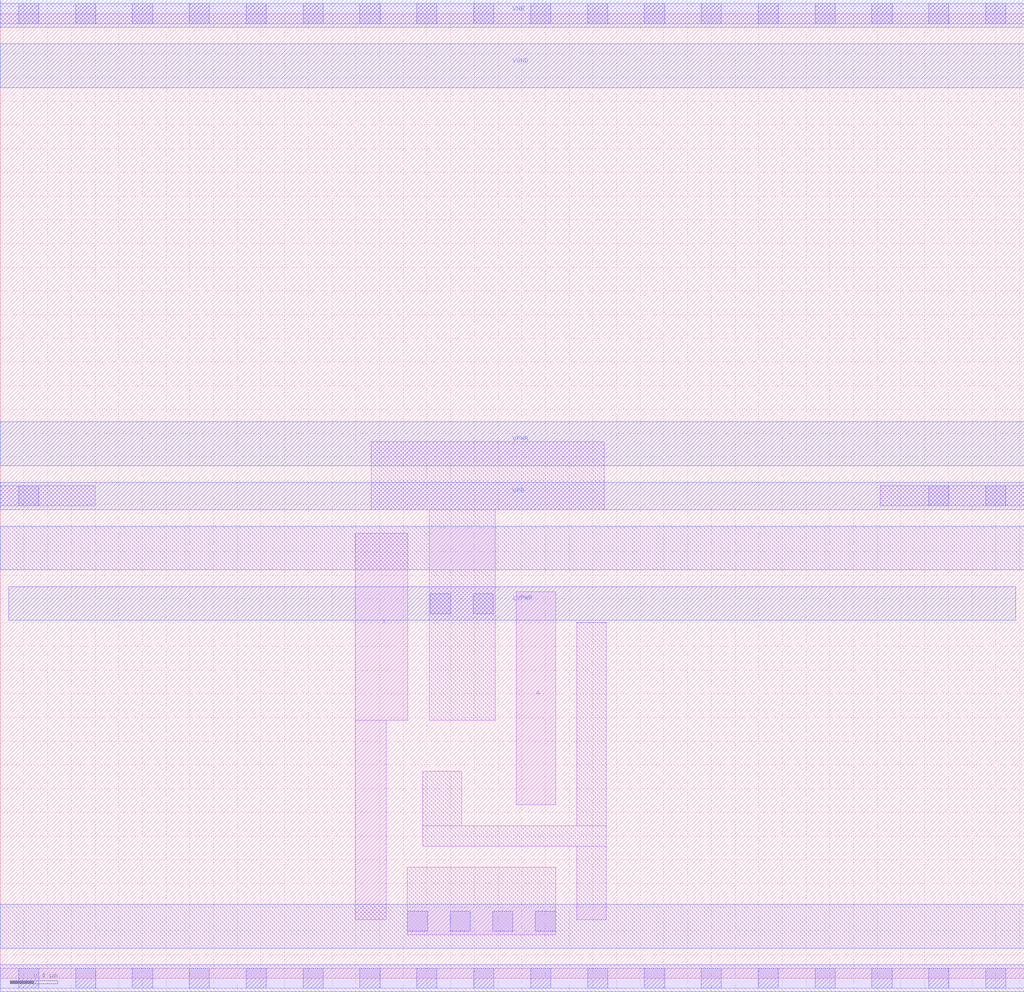
<source format=lef>
# Copyright 2020 The SkyWater PDK Authors
#
# Licensed under the Apache License, Version 2.0 (the "License");
# you may not use this file except in compliance with the License.
# You may obtain a copy of the License at
#
#     https://www.apache.org/licenses/LICENSE-2.0
#
# Unless required by applicable law or agreed to in writing, software
# distributed under the License is distributed on an "AS IS" BASIS,
# WITHOUT WARRANTIES OR CONDITIONS OF ANY KIND, either express or implied.
# See the License for the specific language governing permissions and
# limitations under the License.
#
# SPDX-License-Identifier: Apache-2.0

VERSION 5.7 ;
  NOWIREEXTENSIONATPIN ON ;
  DIVIDERCHAR "/" ;
  BUSBITCHARS "[]" ;
UNITS
  DATABASE MICRONS 200 ;
END UNITS
MACRO sky130_fd_sc_hvl__lsbufhv2lv_simple_1
  CLASS CORE ;
  FOREIGN sky130_fd_sc_hvl__lsbufhv2lv_simple_1 ;
  ORIGIN  0.000000  0.000000 ;
  SIZE  8.640000 BY  8.140000 ;
  SYMMETRY X Y R90 ;
  SITE unithv ;
  PIN A
    ANTENNAGATEAREA  0.585000 ;
    DIRECTION INPUT ;
    USE SIGNAL ;
    PORT
      LAYER li1 ;
        RECT 4.355000 1.465000 4.685000 3.260000 ;
    END
  END A
  PIN X
    ANTENNADIFFAREA  0.626250 ;
    DIRECTION OUTPUT ;
    USE SIGNAL ;
    PORT
      LAYER li1 ;
        RECT 2.995000 0.495000 3.255000 2.175000 ;
        RECT 2.995000 2.175000 3.440000 3.755000 ;
    END
  END X
  PIN LVPWR
    DIRECTION INOUT ;
    USE POWER ;
    PORT
      LAYER met1 ;
        RECT 0.070000 3.020000 8.570000 3.305000 ;
    END
  END LVPWR
  PIN VGND
    DIRECTION INOUT ;
    USE GROUND ;
    PORT
      LAYER met1 ;
        RECT 0.000000 7.515000 8.640000 7.885000 ;
    END
  END VGND
  PIN VNB
    DIRECTION INOUT ;
    USE GROUND ;
    PORT
      LAYER met1 ;
        RECT 0.000000 8.025000 8.640000 8.255000 ;
    END
  END VNB
  PIN VPB
    DIRECTION INOUT ;
    USE POWER ;
    PORT
      LAYER met1 ;
        RECT 0.000000 3.955000 8.640000 4.185000 ;
    END
  END VPB
  PIN VPWR
    DIRECTION INOUT ;
    USE POWER ;
    PORT
      LAYER met1 ;
        RECT 0.000000 4.325000 8.640000 4.695000 ;
    END
  END VPWR
  OBS
    LAYER li1 ;
      RECT 0.000000 -0.085000 8.640000 0.085000 ;
      RECT 0.000000  3.985000 0.800000 4.155000 ;
      RECT 0.000000  8.055000 8.640000 8.225000 ;
      RECT 3.130000  3.955000 5.095000 4.525000 ;
      RECT 3.435000  0.365000 4.685000 0.935000 ;
      RECT 3.565000  1.115000 5.115000 1.285000 ;
      RECT 3.565000  1.285000 3.895000 1.745000 ;
      RECT 3.620000  2.175000 4.175000 3.955000 ;
      RECT 4.865000  0.495000 5.115000 1.115000 ;
      RECT 4.865000  1.285000 5.115000 3.005000 ;
      RECT 7.425000  3.985000 8.640000 4.155000 ;
    LAYER mcon ;
      RECT 0.155000 -0.085000 0.325000 0.085000 ;
      RECT 0.155000  3.985000 0.325000 4.155000 ;
      RECT 0.155000  8.055000 0.325000 8.225000 ;
      RECT 0.635000 -0.085000 0.805000 0.085000 ;
      RECT 0.635000  8.055000 0.805000 8.225000 ;
      RECT 1.115000 -0.085000 1.285000 0.085000 ;
      RECT 1.115000  8.055000 1.285000 8.225000 ;
      RECT 1.595000 -0.085000 1.765000 0.085000 ;
      RECT 1.595000  8.055000 1.765000 8.225000 ;
      RECT 2.075000 -0.085000 2.245000 0.085000 ;
      RECT 2.075000  8.055000 2.245000 8.225000 ;
      RECT 2.555000 -0.085000 2.725000 0.085000 ;
      RECT 2.555000  8.055000 2.725000 8.225000 ;
      RECT 3.035000 -0.085000 3.205000 0.085000 ;
      RECT 3.035000  8.055000 3.205000 8.225000 ;
      RECT 3.435000  0.395000 3.605000 0.565000 ;
      RECT 3.515000 -0.085000 3.685000 0.085000 ;
      RECT 3.515000  8.055000 3.685000 8.225000 ;
      RECT 3.630000  3.075000 3.800000 3.245000 ;
      RECT 3.795000  0.395000 3.965000 0.565000 ;
      RECT 3.990000  3.075000 4.160000 3.245000 ;
      RECT 3.995000 -0.085000 4.165000 0.085000 ;
      RECT 3.995000  8.055000 4.165000 8.225000 ;
      RECT 4.155000  0.395000 4.325000 0.565000 ;
      RECT 4.475000 -0.085000 4.645000 0.085000 ;
      RECT 4.475000  8.055000 4.645000 8.225000 ;
      RECT 4.515000  0.395000 4.685000 0.565000 ;
      RECT 4.955000 -0.085000 5.125000 0.085000 ;
      RECT 4.955000  8.055000 5.125000 8.225000 ;
      RECT 5.435000 -0.085000 5.605000 0.085000 ;
      RECT 5.435000  8.055000 5.605000 8.225000 ;
      RECT 5.915000 -0.085000 6.085000 0.085000 ;
      RECT 5.915000  8.055000 6.085000 8.225000 ;
      RECT 6.395000 -0.085000 6.565000 0.085000 ;
      RECT 6.395000  8.055000 6.565000 8.225000 ;
      RECT 6.875000 -0.085000 7.045000 0.085000 ;
      RECT 6.875000  8.055000 7.045000 8.225000 ;
      RECT 7.355000 -0.085000 7.525000 0.085000 ;
      RECT 7.355000  8.055000 7.525000 8.225000 ;
      RECT 7.835000 -0.085000 8.005000 0.085000 ;
      RECT 7.835000  3.985000 8.005000 4.155000 ;
      RECT 7.835000  8.055000 8.005000 8.225000 ;
      RECT 8.315000 -0.085000 8.485000 0.085000 ;
      RECT 8.315000  3.985000 8.485000 4.155000 ;
      RECT 8.315000  8.055000 8.485000 8.225000 ;
    LAYER met1 ;
      RECT 0.000000 -0.115000 8.640000 0.115000 ;
      RECT 0.000000  0.255000 8.640000 0.625000 ;
      RECT 0.000000  3.445000 8.640000 3.815000 ;
  END
END sky130_fd_sc_hvl__lsbufhv2lv_simple_1
END LIBRARY

</source>
